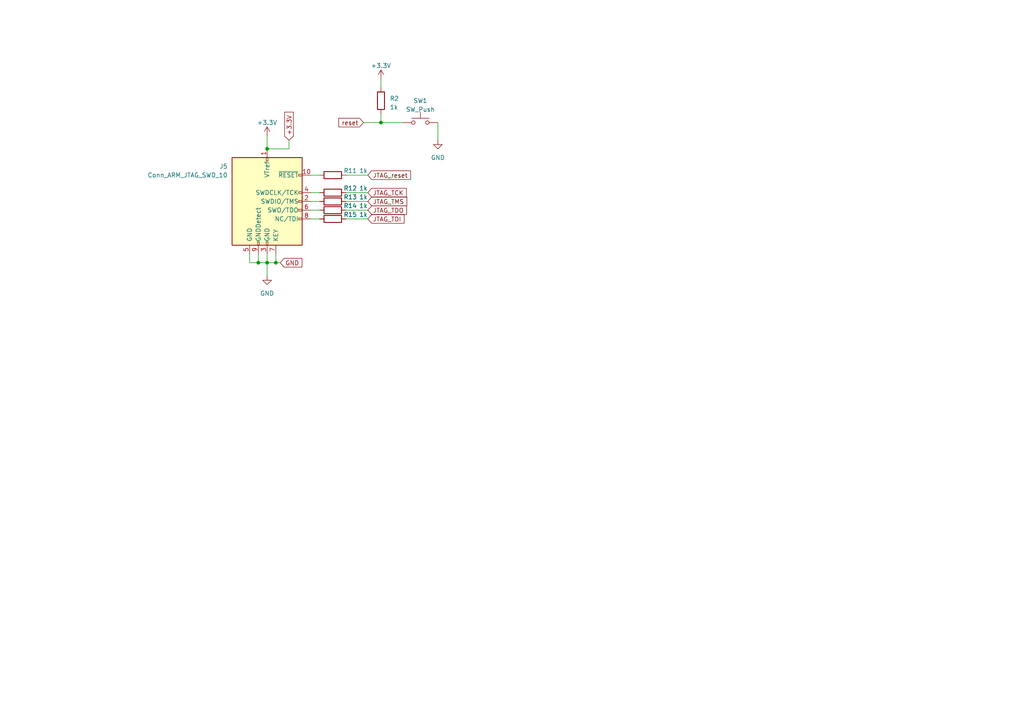
<source format=kicad_sch>
(kicad_sch (version 20250114) (generator "eeschema") (generator_version "9.0")
  (paper "A4")
  (lib_symbols
    (symbol "Connector:Conn_ARM_JTAG_SWD_10" (pin_names (offset 1.016))
      (property "Reference" "J5" (at -11.43 10.16 0))
      (property "Value" "Conn_ARM_JTAG_SWD_10" (at -11.43 7.62 0))
      (symbol "Conn_ARM_JTAG_SWD_10_0_1"
        (rectangle (start -10.16 12.7) (end 10.16 -12.7) (stroke (width 0.254)) (fill (type background)))
        (rectangle (start -2.794 -12.7) (end -2.286 -11.684))
        (rectangle (start -0.254 12.7) (end 0.254 11.684))
        (rectangle (start -0.254 -12.7) (end 0.254 -11.684))
        (rectangle (start 9.144 2.286) (end 10.16 2.794))
        (rectangle (start 10.16 7.874) (end 9.144 7.366))
        (rectangle (start 10.16 -0.254) (end 9.144 0.254))
        (rectangle (start 10.16 -2.794) (end 9.144 -2.286))
      )
      (symbol "Conn_ARM_JTAG_SWD_10_1_1"
        (rectangle (start 9.144 -5.334) (end 10.16 -4.826))
        (pin passive line (at -5.08 -15.24 90) (length 2.54) (name "GND") (number "5"))
        (pin passive line (at -2.54 -15.24 90) (length 2.54) (name "GNDDetect") (number "9"))
        (pin power_in line (at 0 15.24 270) (length 2.54) (name "VTref") (number "1"))
        (pin power_in line (at 0 -15.24 90) (length 2.54) (name "GND") (number "3"))
        (pin power_out line (at 2.54 -15.24 90) (length 2.54) (name "KEY") (number "7"))
        (pin open_collector line (at 12.7 7.62 180) (length 2.54) (name "~{RESET}") (number "10"))
        (pin output line (at 12.7 2.54 180) (length 2.54) (name "SWDCLK/TCK") (number "4"))
        (pin bidirectional line (at 12.7 0 180) (length 2.54) (name "SWDIO/TMS") (number "2"))
        (pin input line (at 12.7 -2.54 180) (length 2.54) (name "SWO/TDO") (number "6"))
        (pin output line (at 12.7 -5.08 180) (length 2.54) (name "NC/TDI") (number "8"))
      )
    )
    (symbol "Device:R" (pin_numbers (hide yes)) (pin_names (offset 0))
      (property "Reference" "R" (at 2.032 0 90))
      (property "Value" "R" (at 0 0 90))
      (symbol "R_0_1"
        (rectangle (start -1.016 -2.54) (end 1.016 2.54) (stroke (width 0.254)))
      )
      (symbol "R_1_1"
        (pin passive line (at 0 3.81 270) (length 1.27) (name "~") (number "1"))
        (pin passive line (at 0 -3.81 90) (length 1.27) (name "~") (number "2"))
      )
    )
    (symbol "Switch:SW_Push" (pin_numbers (hide yes)) (pin_names (offset 1.016) (hide yes))
      (property "Reference" "SW" (at 1.27 2.54 0))
      (property "Value" "SW_Push" (at 0 -1.524 0))
      (symbol "SW_Push_0_1"
        (circle (center -2.032 0) (radius 0.508))
        (polyline (pts (xy 0 1.27) (xy 0 3.048)))
        (circle (center 2.032 0) (radius 0.508))
        (polyline (pts (xy 2.54 1.27) (xy -2.54 1.27)))
        (pin passive line (at -5.08 0 0) (length 2.54) (name "1") (number "1"))
        (pin passive line (at 5.08 0 180) (length 2.54) (name "2") (number "2"))
      )
    )
    (symbol "power:+3.3V" (power) (pin_names (offset 0))
      (property "Value" "+3.3V" (at 0 3.556 0))
      (symbol "+3.3V_0_1"
        (polyline (pts (xy -0.762 1.27) (xy 0 2.54)))
        (polyline (pts (xy 0 2.54) (xy 0.762 1.27)))
        (polyline (pts (xy 0 0) (xy 0 2.54)))
      )
      (symbol "+3.3V_1_1"
        (pin power_in line (at 0 0 90) (length 0) (hide yes) (name "+3.3V") (number "1"))
      )
    )
    (symbol "power:GND" (power) (pin_names (offset 0))
      (property "Value" "GND" (at 0 -3.81 0))
      (symbol "GND_0_1"
        (polyline (pts (xy 0 0) (xy 0 -1.27) (xy 1.27 -1.27) (xy 0 -2.54) (xy -1.27 -1.27) (xy 0 -1.27)))
      )
      (symbol "GND_1_1"
        (pin power_in line (at 0 0 270) (length 0) (hide yes) (name "GND") (number "1"))
      )
    )
  )
  (junction (at 77.47 43.18))
  (junction (at 74.93 76.2))
  (junction (at 110.49 35.56))
  (junction (at 80.01 76.2))
  (junction (at 77.47 76.2))
  (wire (pts (xy 77.47 39.37) (xy 77.47 43.18)))
  (wire (pts (xy 100.33 60.96) (xy 106.68 60.96)))
  (wire (pts (xy 77.47 76.2) (xy 77.47 80.01)))
  (wire (pts (xy 80.01 73.66) (xy 80.01 76.2)))
  (wire (pts (xy 105.41 35.56) (xy 110.49 35.56)))
  (wire (pts (xy 77.47 43.18) (xy 83.82 43.18)))
  (wire (pts (xy 100.33 55.88) (xy 106.68 55.88)))
  (wire (pts (xy 110.49 33.02) (xy 110.49 35.56)))
  (wire (pts (xy 77.47 76.2) (xy 80.01 76.2)))
  (wire (pts (xy 72.39 73.66) (xy 72.39 76.2)))
  (wire (pts (xy 110.49 35.56) (xy 116.84 35.56)))
  (wire (pts (xy 80.01 76.2) (xy 81.28 76.2)))
  (wire (pts (xy 77.47 73.66) (xy 77.47 76.2)))
  (wire (pts (xy 90.17 50.8) (xy 92.71 50.8)))
  (wire (pts (xy 100.33 63.5) (xy 106.68 63.5)))
  (wire (pts (xy 83.82 43.18) (xy 83.82 40.64)))
  (wire (pts (xy 100.33 58.42) (xy 106.68 58.42)))
  (wire (pts (xy 110.49 22.86) (xy 110.49 25.4)))
  (wire (pts (xy 100.33 50.8) (xy 106.68 50.8)))
  (wire (pts (xy 74.93 76.2) (xy 77.47 76.2)))
  (wire (pts (xy 90.17 58.42) (xy 92.71 58.42)))
  (wire (pts (xy 90.17 60.96) (xy 92.71 60.96)))
  (wire (pts (xy 90.17 55.88) (xy 92.71 55.88)))
  (wire (pts (xy 90.17 63.5) (xy 92.71 63.5)))
  (wire (pts (xy 72.39 76.2) (xy 74.93 76.2)))
  (wire (pts (xy 127 35.56) (xy 127 40.64)))
  (wire (pts (xy 74.93 73.66) (xy 74.93 76.2)))
  (global_label "JTAG_TCK" (shape input) (at 106.68 55.88 0) (property "Intersheetrefs" "${INTERSHEET_REFS}" (effects (hide yes))))
  (global_label "JTAG_reset" (shape input) (at 106.68 50.8 0) (property "Intersheetrefs" "${INTERSHEET_REFS}" (effects (hide yes))))
  (global_label "GND" (shape input) (at 81.28 76.2 0) (property "Intersheetrefs" "${INTERSHEET_REFS}" (effects (hide yes))))
  (global_label "+3.3V" (shape input) (at 83.82 40.64 90) (property "Intersheetrefs" "${INTERSHEET_REFS}" (effects (hide yes))))
  (global_label "JTAG_TDO" (shape input) (at 106.68 60.96 0) (property "Intersheetrefs" "${INTERSHEET_REFS}" (effects (hide yes))))
  (global_label "JTAG_TDI" (shape input) (at 106.68 63.5 0) (property "Intersheetrefs" "${INTERSHEET_REFS}" (effects (hide yes))))
  (global_label "reset" (shape input) (at 105.41 35.56 180) (property "Intersheetrefs" "${INTERSHEET_REFS}" (effects (hide yes))))
  (global_label "JTAG_TMS" (shape input) (at 106.68 58.42 0) (property "Intersheetrefs" "${INTERSHEET_REFS}" (effects (hide yes))))
  (symbol (lib_id "Device:R") (at 96.52 60.96 90) (unit 1)
    (property "Reference" "R14" (at 101.6 59.69 90))
    (property "Value" "1k" (at 105.41 59.69 90))
    (property "Footprint" "Resistor_SMD:R_0805_2012Metric" (effects (hide yes)))
  )
  (symbol (lib_id "Connector:Conn_ARM_JTAG_SWD_10") (at 77.47 58.42 0) (unit 1)
    (property "Reference" "J5" (at 66.04 48.26 0) (effects (justify right)))
    (property "Value" "Conn_ARM_JTAG_SWD_10" (at 66.04 50.8 0) (effects (justify right)))
    (property "Footprint" "Connector_PinHeader_2.54mm:PinHeader_2x05_P2.54mm_Vertical" (effects (hide yes)))
    (property "Datasheet" "http://infocenter.arm.com/help/topic/com.arm.doc.ddi0314h/DDI0314H_coresight_components_trm.pdf" (effects (hide yes)))
  )
  (symbol (lib_id "Device:R") (at 110.49 29.21 0) (unit 1)
    (property "Reference" "R2" (at 113.03 28.575 0) (effects (justify left)))
    (property "Value" "1k" (at 113.03 31.115 0) (effects (justify left)))
    (property "Footprint" "Resistor_SMD:R_0805_2012Metric" (effects (hide yes)))
  )
  (symbol (lib_id "Device:R") (at 96.52 58.42 90) (unit 1)
    (property "Reference" "R13" (at 101.6 57.15 90))
    (property "Value" "1k" (at 105.41 57.15 90))
    (property "Footprint" "Resistor_SMD:R_0805_2012Metric" (effects (hide yes)))
  )
  (symbol (lib_id "power:GND") (at 77.47 80.01 0) (unit 1)
    (property "Reference" "#PWR03" (effects (hide yes)))
    (property "Value" "GND" (at 77.47 85.09 0))
  )
  (symbol (lib_id "power:+3.3V") (at 110.49 22.86 0) (unit 1)
    (property "Reference" "#PWR010" (effects (hide yes)))
    (property "Value" "+3.3V" (at 110.49 19.05 0))
  )
  (symbol (lib_id "power:+3.3V") (at 77.47 39.37 0) (unit 1)
    (property "Reference" "#PWR04" (effects (hide yes)))
    (property "Value" "+3.3V" (at 77.47 35.56 0))
  )
  (symbol (lib_id "power:GND") (at 127 40.64 0) (unit 1)
    (property "Reference" "#PWR011" (effects (hide yes)))
    (property "Value" "GND" (at 127 45.72 0))
  )
  (symbol (lib_id "Device:R") (at 96.52 55.88 90) (unit 1)
    (property "Reference" "R12" (at 101.6 54.61 90))
    (property "Value" "1k" (at 105.41 54.61 90))
    (property "Footprint" "Resistor_SMD:R_0805_2012Metric" (effects (hide yes)))
  )
  (symbol (lib_id "Device:R") (at 96.52 50.8 90) (unit 1)
    (property "Reference" "R11" (at 101.6 49.53 90))
    (property "Value" "1k" (at 105.41 49.53 90))
    (property "Footprint" "Resistor_SMD:R_0805_2012Metric" (effects (hide yes)))
  )
  (symbol (lib_id "Device:R") (at 96.52 63.5 90) (unit 1)
    (property "Reference" "R15" (at 101.6 62.23 90))
    (property "Value" "1k" (at 105.41 62.23 90))
    (property "Footprint" "Resistor_SMD:R_0805_2012Metric" (effects (hide yes)))
  )
  (symbol (lib_id "Switch:SW_Push") (at 121.92 35.56 0) (unit 1)
    (property "Reference" "SW1" (at 121.92 29.21 0))
    (property "Value" "SW_Push" (at 121.92 31.75 0))
    (property "Footprint" "Button_Switch_SMD:SW_Push_SPST_NO_Alps_SKRK" (effects (hide yes)))
  )
)
</source>
